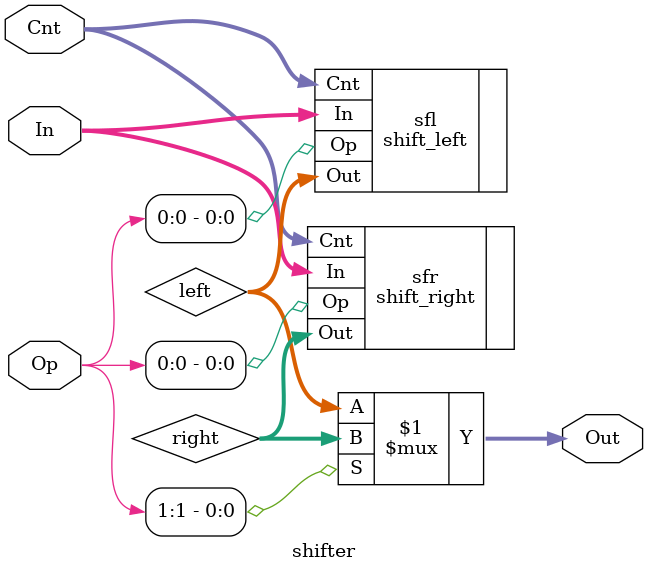
<source format=v>
/*
    CS/ECE 552 Spring '20
    Homework #2, Problem 1
    
    A barrel shifter module.  It is designed to shift a number via rotate
    left, shift left, shift right arithmetic, or shift right logical based
    on the Op() value that is passed in (2 bit number).  It uses these
    shifts to shift the value any number of bits between 0 and 15 bits.
 */
module shifter (In, Cnt, Op, Out);

   // declare constant for size of inputs, outputs (N) and # bits to shift (C)
   parameter   N = 16;
   parameter   C = 4;
   parameter   O = 2;

   input [N-1:0]   In;
   input [C-1:0]   Cnt;
   input [O-1:0]   Op;
   output [N-1:0]  Out;

   wire [N-1:0] right, left;

    shift_left sfl(.In(In), .Cnt(Cnt), .Op(Op[0]), .Out(left));
    shift_right sfr(.In(In), .Cnt(Cnt), .Op(Op[0]), .Out(right));

    assign Out = (Op[1]) ? right : left;
   
endmodule

</source>
